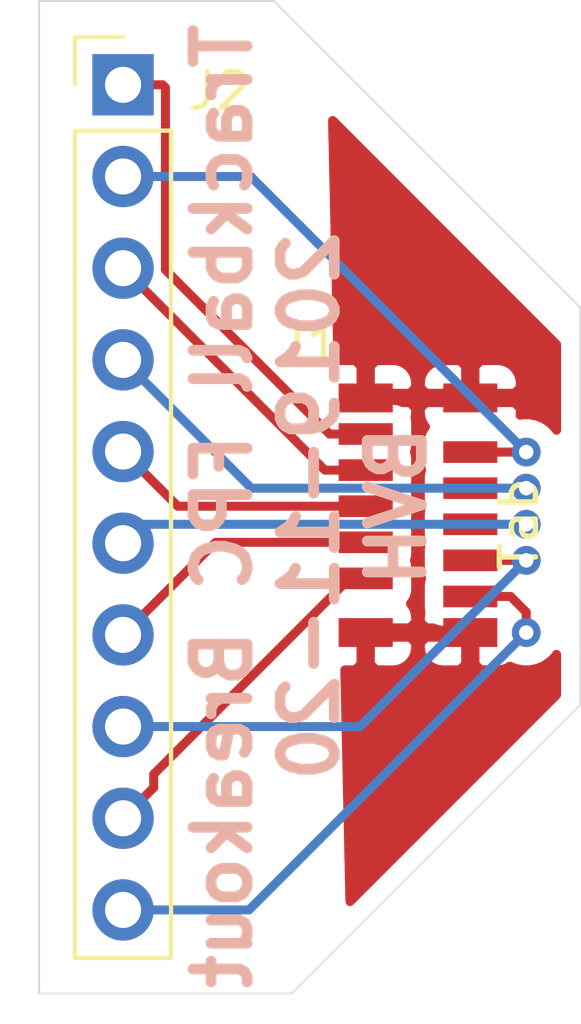
<source format=kicad_pcb>
(kicad_pcb (version 20171130) (host pcbnew 5.1.4-e60b266~84~ubuntu18.04.1)

  (general
    (thickness 1.6)
    (drawings 8)
    (tracks 38)
    (zones 0)
    (modules 2)
    (nets 12)
  )

  (page A4)
  (layers
    (0 F.Cu signal)
    (31 B.Cu signal)
    (32 B.Adhes user)
    (33 F.Adhes user)
    (34 B.Paste user)
    (35 F.Paste user)
    (36 B.SilkS user)
    (37 F.SilkS user)
    (38 B.Mask user)
    (39 F.Mask user)
    (40 Dwgs.User user)
    (41 Cmts.User user)
    (42 Eco1.User user)
    (43 Eco2.User user)
    (44 Edge.Cuts user)
    (45 Margin user)
    (46 B.CrtYd user)
    (47 F.CrtYd user)
    (48 B.Fab user)
    (49 F.Fab user)
  )

  (setup
    (last_trace_width 0.25)
    (trace_clearance 0.2)
    (zone_clearance 0.508)
    (zone_45_only no)
    (trace_min 0.2)
    (via_size 0.8)
    (via_drill 0.4)
    (via_min_size 0.4)
    (via_min_drill 0.3)
    (uvia_size 0.3)
    (uvia_drill 0.1)
    (uvias_allowed no)
    (uvia_min_size 0.2)
    (uvia_min_drill 0.1)
    (edge_width 0.05)
    (segment_width 0.2)
    (pcb_text_width 0.3)
    (pcb_text_size 1.5 1.5)
    (mod_edge_width 0.12)
    (mod_text_size 1 1)
    (mod_text_width 0.15)
    (pad_size 1.524 1.524)
    (pad_drill 0.762)
    (pad_to_mask_clearance 0.051)
    (solder_mask_min_width 0.25)
    (aux_axis_origin 0 0)
    (visible_elements FFFFFF7F)
    (pcbplotparams
      (layerselection 0x010fc_ffffffff)
      (usegerberextensions false)
      (usegerberattributes false)
      (usegerberadvancedattributes false)
      (creategerberjobfile false)
      (excludeedgelayer true)
      (linewidth 0.100000)
      (plotframeref false)
      (viasonmask false)
      (mode 1)
      (useauxorigin false)
      (hpglpennumber 1)
      (hpglpenspeed 20)
      (hpglpendiameter 15.000000)
      (psnegative false)
      (psa4output false)
      (plotreference true)
      (plotvalue true)
      (plotinvisibletext false)
      (padsonsilk false)
      (subtractmaskfromsilk false)
      (outputformat 1)
      (mirror false)
      (drillshape 1)
      (scaleselection 1)
      (outputdirectory ""))
  )

  (net 0 "")
  (net 1 "Net-(J1-Pad1)")
  (net 2 "Net-(J1-Pad3)")
  (net 3 "Net-(J1-Pad5)")
  (net 4 "Net-(J1-Pad7)")
  (net 5 "Net-(J1-Pad9)")
  (net 6 "Net-(J1-Pad2)")
  (net 7 "Net-(J1-Pad4)")
  (net 8 "Net-(J1-Pad6)")
  (net 9 "Net-(J1-Pad8)")
  (net 10 "Net-(J1-Pad10)")
  (net 11 "Net-(J1-Pad11)")

  (net_class Default "This is the default net class."
    (clearance 0.2)
    (trace_width 0.25)
    (via_dia 0.8)
    (via_drill 0.4)
    (uvia_dia 0.3)
    (uvia_drill 0.1)
    (add_net "Net-(J1-Pad1)")
    (add_net "Net-(J1-Pad10)")
    (add_net "Net-(J1-Pad11)")
    (add_net "Net-(J1-Pad2)")
    (add_net "Net-(J1-Pad3)")
    (add_net "Net-(J1-Pad4)")
    (add_net "Net-(J1-Pad5)")
    (add_net "Net-(J1-Pad6)")
    (add_net "Net-(J1-Pad7)")
    (add_net "Net-(J1-Pad8)")
    (add_net "Net-(J1-Pad9)")
  )

  (module FPC_Connectors:Molex_WM10984CT-ND (layer F.Cu) (tedit 5DD6A805) (tstamp 5DD52611)
    (at 146 115 270)
    (path /5DD770A4)
    (fp_text reference J1 (at -1.5 3) (layer F.SilkS)
      (effects (font (size 1 1) (thickness 0.15)))
    )
    (fp_text value WM10984CT (at 3.5 -2.9 90) (layer F.Fab)
      (effects (font (size 1 1) (thickness 0.15)))
    )
    (fp_line (start 9.2 1.7) (end 8.2 1.7) (layer Dwgs.User) (width 0.12))
    (fp_line (start 9.2 -2.3) (end 9.2 1.7) (layer Dwgs.User) (width 0.12))
    (fp_line (start 8 -3.5) (end 9.2 -2.3) (layer Dwgs.User) (width 0.12))
    (fp_line (start -2 -3.5) (end 8 -3.5) (layer Dwgs.User) (width 0.12))
    (fp_line (start -3.1 -2.4) (end -2 -3.5) (layer Dwgs.User) (width 0.12))
    (fp_line (start -3.1 1.7) (end -3.1 -2.4) (layer Dwgs.User) (width 0.12))
    (fp_line (start -1.7 1.7) (end -3.1 1.7) (layer Dwgs.User) (width 0.12))
    (fp_text user Tab (at 3.5 -2.8 90) (layer F.SilkS)
      (effects (font (size 1 1) (thickness 0.15)))
    )
    (fp_line (start 8.2 1.7) (end -1.7 1.7) (layer Dwgs.User) (width 0.15))
    (fp_line (start -1.7 -1.7) (end 8.2 -1.7) (layer Dwgs.User) (width 0.15))
    (fp_line (start 8.2 -1.7) (end 8.2 1.7) (layer Dwgs.User) (width 0.15))
    (fp_line (start -1.7 -1.7) (end -1.7 1.7) (layer Dwgs.User) (width 0.15))
    (pad 11 smd rect (at 6.5 1.45 270) (size 0.8 1.5) (layers F.Cu F.Paste F.Mask)
      (net 11 "Net-(J1-Pad11)"))
    (pad 11 smd rect (at 6.5 -1.45 270) (size 0.8 1.5) (layers F.Cu F.Paste F.Mask)
      (net 11 "Net-(J1-Pad11)"))
    (pad 10 smd rect (at 5.5 -1.45 270) (size 0.6 1.5) (layers F.Cu F.Paste F.Mask)
      (net 10 "Net-(J1-Pad10)"))
    (pad 8 smd rect (at 4.5 -1.45 270) (size 0.6 1.5) (layers F.Cu F.Paste F.Mask)
      (net 9 "Net-(J1-Pad8)"))
    (pad 6 smd rect (at 3.5 -1.45 270) (size 0.6 1.5) (layers F.Cu F.Paste F.Mask)
      (net 8 "Net-(J1-Pad6)"))
    (pad 4 smd rect (at 2.5 -1.45 270) (size 0.6 1.5) (layers F.Cu F.Paste F.Mask)
      (net 7 "Net-(J1-Pad4)"))
    (pad 2 smd rect (at 1.5 -1.45 270) (size 0.6 1.5) (layers F.Cu F.Paste F.Mask)
      (net 6 "Net-(J1-Pad2)"))
    (pad 9 smd rect (at 5 1.45 270) (size 0.6 1.5) (layers F.Cu F.Paste F.Mask)
      (net 5 "Net-(J1-Pad9)"))
    (pad 7 smd rect (at 4 1.45 270) (size 0.6 1.5) (layers F.Cu F.Paste F.Mask)
      (net 4 "Net-(J1-Pad7)"))
    (pad 5 smd rect (at 3 1.45 270) (size 0.6 1.5) (layers F.Cu F.Paste F.Mask)
      (net 3 "Net-(J1-Pad5)"))
    (pad 3 smd rect (at 2 1.45 270) (size 0.6 1.5) (layers F.Cu F.Paste F.Mask)
      (net 2 "Net-(J1-Pad3)"))
    (pad 1 smd rect (at 1 1.45 270) (size 0.6 1.5) (layers F.Cu F.Paste F.Mask)
      (net 1 "Net-(J1-Pad1)"))
    (pad 11 smd rect (at 0 1.45 270) (size 0.8 1.5) (layers F.Cu F.Paste F.Mask)
      (net 11 "Net-(J1-Pad11)"))
    (pad 11 smd rect (at 0 -1.45 270) (size 0.8 1.5) (layers F.Cu F.Paste F.Mask)
      (net 11 "Net-(J1-Pad11)"))
  )

  (module Pin_Headers:Pin_Header_Straight_1x10_Pitch2.54mm (layer F.Cu) (tedit 59650532) (tstamp 5DD5262F)
    (at 137.825001 106.325001)
    (descr "Through hole straight pin header, 1x10, 2.54mm pitch, single row")
    (tags "Through hole pin header THT 1x10 2.54mm single row")
    (path /5DD52ABF)
    (fp_text reference J2 (at 2.674999 0.174999) (layer F.SilkS)
      (effects (font (size 1 1) (thickness 0.15)))
    )
    (fp_text value Breakout (at 0 25.19) (layer F.Fab)
      (effects (font (size 1 1) (thickness 0.15)))
    )
    (fp_text user %R (at 0 11.43 90) (layer F.Fab)
      (effects (font (size 1 1) (thickness 0.15)))
    )
    (fp_line (start 1.8 -1.8) (end -1.8 -1.8) (layer F.CrtYd) (width 0.05))
    (fp_line (start 1.8 24.65) (end 1.8 -1.8) (layer F.CrtYd) (width 0.05))
    (fp_line (start -1.8 24.65) (end 1.8 24.65) (layer F.CrtYd) (width 0.05))
    (fp_line (start -1.8 -1.8) (end -1.8 24.65) (layer F.CrtYd) (width 0.05))
    (fp_line (start -1.33 -1.33) (end 0 -1.33) (layer F.SilkS) (width 0.12))
    (fp_line (start -1.33 0) (end -1.33 -1.33) (layer F.SilkS) (width 0.12))
    (fp_line (start -1.33 1.27) (end 1.33 1.27) (layer F.SilkS) (width 0.12))
    (fp_line (start 1.33 1.27) (end 1.33 24.19) (layer F.SilkS) (width 0.12))
    (fp_line (start -1.33 1.27) (end -1.33 24.19) (layer F.SilkS) (width 0.12))
    (fp_line (start -1.33 24.19) (end 1.33 24.19) (layer F.SilkS) (width 0.12))
    (fp_line (start -1.27 -0.635) (end -0.635 -1.27) (layer F.Fab) (width 0.1))
    (fp_line (start -1.27 24.13) (end -1.27 -0.635) (layer F.Fab) (width 0.1))
    (fp_line (start 1.27 24.13) (end -1.27 24.13) (layer F.Fab) (width 0.1))
    (fp_line (start 1.27 -1.27) (end 1.27 24.13) (layer F.Fab) (width 0.1))
    (fp_line (start -0.635 -1.27) (end 1.27 -1.27) (layer F.Fab) (width 0.1))
    (pad 10 thru_hole oval (at 0 22.86) (size 1.7 1.7) (drill 1) (layers *.Cu *.Mask)
      (net 10 "Net-(J1-Pad10)"))
    (pad 9 thru_hole oval (at 0 20.32) (size 1.7 1.7) (drill 1) (layers *.Cu *.Mask)
      (net 5 "Net-(J1-Pad9)"))
    (pad 8 thru_hole oval (at 0 17.78) (size 1.7 1.7) (drill 1) (layers *.Cu *.Mask)
      (net 9 "Net-(J1-Pad8)"))
    (pad 7 thru_hole oval (at 0 15.24) (size 1.7 1.7) (drill 1) (layers *.Cu *.Mask)
      (net 4 "Net-(J1-Pad7)"))
    (pad 6 thru_hole oval (at 0 12.7) (size 1.7 1.7) (drill 1) (layers *.Cu *.Mask)
      (net 8 "Net-(J1-Pad6)"))
    (pad 5 thru_hole oval (at 0 10.16) (size 1.7 1.7) (drill 1) (layers *.Cu *.Mask)
      (net 3 "Net-(J1-Pad5)"))
    (pad 4 thru_hole oval (at 0 7.62) (size 1.7 1.7) (drill 1) (layers *.Cu *.Mask)
      (net 7 "Net-(J1-Pad4)"))
    (pad 3 thru_hole oval (at 0 5.08) (size 1.7 1.7) (drill 1) (layers *.Cu *.Mask)
      (net 2 "Net-(J1-Pad3)"))
    (pad 2 thru_hole oval (at 0 2.54) (size 1.7 1.7) (drill 1) (layers *.Cu *.Mask)
      (net 6 "Net-(J1-Pad2)"))
    (pad 1 thru_hole rect (at 0 0) (size 1.7 1.7) (drill 1) (layers *.Cu *.Mask)
      (net 1 "Net-(J1-Pad1)"))
    (model ${KISYS3DMOD}/Pin_Headers.3dshapes/Pin_Header_Straight_1x10_Pitch2.54mm.wrl
      (at (xyz 0 0 0))
      (scale (xyz 1 1 1))
      (rotate (xyz 0 0 0))
    )
  )

  (gr_text "Trackball FPC Breakout\n2019-11-20\nBVH" (at 143 118 90) (layer B.SilkS)
    (effects (font (size 1.5 1.5) (thickness 0.3)) (justify mirror))
  )
  (gr_line (start 142 104) (end 135.5 104) (layer Edge.Cuts) (width 0.05))
  (gr_line (start 150.5 112.5) (end 142 104) (layer Edge.Cuts) (width 0.05))
  (gr_line (start 150.5 123.5) (end 150.5 112.5) (layer Edge.Cuts) (width 0.05))
  (gr_line (start 142.5 131.5) (end 150.5 123.5) (layer Edge.Cuts) (width 0.05))
  (gr_line (start 140 131.5) (end 142.5 131.5) (layer Edge.Cuts) (width 0.05))
  (gr_line (start 135.5 131.5) (end 140 131.5) (layer Edge.Cuts) (width 0.05))
  (gr_line (start 135.5 104) (end 135.5 131.5) (layer Edge.Cuts) (width 0.05))

  (segment (start 138.925001 106.325001) (end 137.825001 106.325001) (width 0.25) (layer F.Cu) (net 1))
  (segment (start 139.000002 106.400002) (end 138.925001 106.325001) (width 0.25) (layer F.Cu) (net 1))
  (segment (start 139.000002 111.450002) (end 139.000002 106.400002) (width 0.25) (layer F.Cu) (net 1))
  (segment (start 143.55 116) (end 139.000002 111.450002) (width 0.25) (layer F.Cu) (net 1))
  (segment (start 144.55 116) (end 143.55 116) (width 0.25) (layer F.Cu) (net 1))
  (segment (start 143.42 117) (end 137.825001 111.405001) (width 0.25) (layer F.Cu) (net 2))
  (segment (start 144.55 117) (end 143.42 117) (width 0.25) (layer F.Cu) (net 2))
  (segment (start 139.34 118) (end 137.825001 116.485001) (width 0.25) (layer F.Cu) (net 3))
  (segment (start 144.55 118) (end 139.34 118) (width 0.25) (layer F.Cu) (net 3))
  (segment (start 140.390002 119) (end 137.825001 121.565001) (width 0.25) (layer F.Cu) (net 4))
  (segment (start 144.55 119) (end 140.390002 119) (width 0.25) (layer F.Cu) (net 4))
  (segment (start 138.675 125.795002) (end 137.825001 126.645001) (width 0.25) (layer F.Cu) (net 5))
  (segment (start 144.1 120) (end 138.675 125.425) (width 0.25) (layer F.Cu) (net 5))
  (segment (start 138.675 125.425) (end 138.675 125.795002) (width 0.25) (layer F.Cu) (net 5))
  (segment (start 144.55 120) (end 144.1 120) (width 0.25) (layer F.Cu) (net 5))
  (via (at 149 116.5) (size 0.8) (drill 0.4) (layers F.Cu B.Cu) (net 6))
  (segment (start 147.45 116.5) (end 149 116.5) (width 0.25) (layer F.Cu) (net 6))
  (segment (start 141.365001 108.865001) (end 137.825001 108.865001) (width 0.25) (layer B.Cu) (net 6))
  (segment (start 149 116.5) (end 141.365001 108.865001) (width 0.25) (layer B.Cu) (net 6))
  (via (at 149 117.5) (size 0.8) (drill 0.4) (layers F.Cu B.Cu) (net 7))
  (segment (start 147.45 117.5) (end 149 117.5) (width 0.25) (layer F.Cu) (net 7))
  (segment (start 141.38 117.5) (end 137.825001 113.945001) (width 0.25) (layer B.Cu) (net 7))
  (segment (start 149 117.5) (end 141.38 117.5) (width 0.25) (layer B.Cu) (net 7))
  (via (at 149 118.5) (size 0.8) (drill 0.4) (layers F.Cu B.Cu) (net 8))
  (segment (start 147.45 118.5) (end 149 118.5) (width 0.25) (layer F.Cu) (net 8))
  (segment (start 138.350002 118.5) (end 137.825001 119.025001) (width 0.25) (layer B.Cu) (net 8))
  (segment (start 149 118.5) (end 138.350002 118.5) (width 0.25) (layer B.Cu) (net 8))
  (via (at 149 119.5) (size 0.8) (drill 0.4) (layers F.Cu B.Cu) (net 9))
  (segment (start 147.45 119.5) (end 149 119.5) (width 0.25) (layer F.Cu) (net 9))
  (segment (start 144.394999 124.105001) (end 137.825001 124.105001) (width 0.25) (layer B.Cu) (net 9))
  (segment (start 149 119.5) (end 144.394999 124.105001) (width 0.25) (layer B.Cu) (net 9))
  (via (at 149 121.5) (size 0.8) (drill 0.4) (layers F.Cu B.Cu) (net 10))
  (segment (start 137.825001 129.185001) (end 141.314999 129.185001) (width 0.25) (layer B.Cu) (net 10))
  (segment (start 141.314999 129.185001) (end 149 121.5) (width 0.25) (layer B.Cu) (net 10))
  (segment (start 148.45 120.5) (end 147.45 120.5) (width 0.25) (layer F.Cu) (net 10))
  (segment (start 148.565685 120.5) (end 148.45 120.5) (width 0.25) (layer F.Cu) (net 10))
  (segment (start 149 120.934315) (end 148.565685 120.5) (width 0.25) (layer F.Cu) (net 10))
  (segment (start 149 121.5) (end 149 120.934315) (width 0.25) (layer F.Cu) (net 10))

  (zone (net 11) (net_name "Net-(J1-Pad11)") (layer F.Cu) (tstamp 0) (hatch edge 0.508)
    (connect_pads (clearance 0.508))
    (min_thickness 0.254)
    (fill yes (arc_segments 32) (thermal_gap 0.508) (thermal_bridge_width 0.508))
    (polygon
      (pts
        (xy 143.5 107) (xy 150 113.5) (xy 150 123.5) (xy 144 129.5)
      )
    )
    (filled_polygon
      (pts
        (xy 149.840001 113.519607) (xy 149.840001 115.894199) (xy 149.803937 115.840226) (xy 149.659774 115.696063) (xy 149.490256 115.582795)
        (xy 149.301898 115.504774) (xy 149.101939 115.465) (xy 148.898061 115.465) (xy 148.830344 115.47847) (xy 148.838072 115.4)
        (xy 148.835 115.28575) (xy 148.67625 115.127) (xy 147.577 115.127) (xy 147.577 115.147) (xy 147.323 115.147)
        (xy 147.323 115.127) (xy 146.22375 115.127) (xy 146.065 115.28575) (xy 146.061928 115.4) (xy 146.074188 115.524482)
        (xy 146.110498 115.64418) (xy 146.169463 115.754494) (xy 146.206809 115.8) (xy 146.169463 115.845506) (xy 146.110498 115.95582)
        (xy 146.074188 116.075518) (xy 146.061928 116.2) (xy 146.061928 116.8) (xy 146.074188 116.924482) (xy 146.097096 116.999999)
        (xy 146.074188 117.075518) (xy 146.061928 117.2) (xy 146.061928 117.8) (xy 146.074188 117.924482) (xy 146.097096 118)
        (xy 146.074188 118.075518) (xy 146.061928 118.2) (xy 146.061928 118.8) (xy 146.074188 118.924482) (xy 146.097096 119)
        (xy 146.074188 119.075518) (xy 146.061928 119.2) (xy 146.061928 119.8) (xy 146.074188 119.924482) (xy 146.097096 120)
        (xy 146.074188 120.075518) (xy 146.061928 120.2) (xy 146.061928 120.8) (xy 146.074188 120.924482) (xy 146.081929 120.95)
        (xy 146.074188 120.975518) (xy 146.061928 121.1) (xy 146.065 121.21425) (xy 146.22375 121.373) (xy 146.424947 121.373)
        (xy 146.45582 121.389502) (xy 146.575518 121.425812) (xy 146.7 121.438072) (xy 147.597 121.438072) (xy 147.597 121.627)
        (xy 147.577 121.627) (xy 147.577 122.37625) (xy 147.73575 122.535) (xy 148.2 122.538072) (xy 148.324482 122.525812)
        (xy 148.44418 122.489502) (xy 148.549009 122.433469) (xy 148.698102 122.495226) (xy 148.898061 122.535) (xy 149.101939 122.535)
        (xy 149.301898 122.495226) (xy 149.490256 122.417205) (xy 149.659774 122.303937) (xy 149.803937 122.159774) (xy 149.84 122.105802)
        (xy 149.84 123.226619) (xy 144.114849 128.951771) (xy 143.972297 122.536932) (xy 144.26425 122.535) (xy 144.423 122.37625)
        (xy 144.423 121.627) (xy 144.677 121.627) (xy 144.677 122.37625) (xy 144.83575 122.535) (xy 145.3 122.538072)
        (xy 145.424482 122.525812) (xy 145.54418 122.489502) (xy 145.654494 122.430537) (xy 145.751185 122.351185) (xy 145.830537 122.254494)
        (xy 145.889502 122.14418) (xy 145.925812 122.024482) (xy 145.938072 121.9) (xy 146.061928 121.9) (xy 146.074188 122.024482)
        (xy 146.110498 122.14418) (xy 146.169463 122.254494) (xy 146.248815 122.351185) (xy 146.345506 122.430537) (xy 146.45582 122.489502)
        (xy 146.575518 122.525812) (xy 146.7 122.538072) (xy 147.16425 122.535) (xy 147.323 122.37625) (xy 147.323 121.627)
        (xy 146.22375 121.627) (xy 146.065 121.78575) (xy 146.061928 121.9) (xy 145.938072 121.9) (xy 145.935 121.78575)
        (xy 145.77625 121.627) (xy 144.677 121.627) (xy 144.423 121.627) (xy 144.403 121.627) (xy 144.403 121.373)
        (xy 144.423 121.373) (xy 144.423 121.353) (xy 144.677 121.353) (xy 144.677 121.373) (xy 145.77625 121.373)
        (xy 145.935 121.21425) (xy 145.938072 121.1) (xy 145.925812 120.975518) (xy 145.889502 120.85582) (xy 145.830537 120.745506)
        (xy 145.793191 120.7) (xy 145.830537 120.654494) (xy 145.889502 120.54418) (xy 145.925812 120.424482) (xy 145.938072 120.3)
        (xy 145.938072 119.7) (xy 145.925812 119.575518) (xy 145.902904 119.5) (xy 145.925812 119.424482) (xy 145.938072 119.3)
        (xy 145.938072 118.7) (xy 145.925812 118.575518) (xy 145.902904 118.5) (xy 145.925812 118.424482) (xy 145.938072 118.3)
        (xy 145.938072 117.7) (xy 145.925812 117.575518) (xy 145.902904 117.5) (xy 145.925812 117.424482) (xy 145.938072 117.3)
        (xy 145.938072 116.7) (xy 145.925812 116.575518) (xy 145.902904 116.5) (xy 145.925812 116.424482) (xy 145.938072 116.3)
        (xy 145.938072 115.7) (xy 145.925812 115.575518) (xy 145.918071 115.55) (xy 145.925812 115.524482) (xy 145.938072 115.4)
        (xy 145.935 115.28575) (xy 145.77625 115.127) (xy 145.575053 115.127) (xy 145.54418 115.110498) (xy 145.424482 115.074188)
        (xy 145.3 115.061928) (xy 144.403 115.061928) (xy 144.403 114.873) (xy 144.423 114.873) (xy 144.423 114.12375)
        (xy 144.677 114.12375) (xy 144.677 114.873) (xy 145.77625 114.873) (xy 145.935 114.71425) (xy 145.938072 114.6)
        (xy 146.061928 114.6) (xy 146.065 114.71425) (xy 146.22375 114.873) (xy 147.323 114.873) (xy 147.323 114.12375)
        (xy 147.577 114.12375) (xy 147.577 114.873) (xy 148.67625 114.873) (xy 148.835 114.71425) (xy 148.838072 114.6)
        (xy 148.825812 114.475518) (xy 148.789502 114.35582) (xy 148.730537 114.245506) (xy 148.651185 114.148815) (xy 148.554494 114.069463)
        (xy 148.44418 114.010498) (xy 148.324482 113.974188) (xy 148.2 113.961928) (xy 147.73575 113.965) (xy 147.577 114.12375)
        (xy 147.323 114.12375) (xy 147.16425 113.965) (xy 146.7 113.961928) (xy 146.575518 113.974188) (xy 146.45582 114.010498)
        (xy 146.345506 114.069463) (xy 146.248815 114.148815) (xy 146.169463 114.245506) (xy 146.110498 114.35582) (xy 146.074188 114.475518)
        (xy 146.061928 114.6) (xy 145.938072 114.6) (xy 145.925812 114.475518) (xy 145.889502 114.35582) (xy 145.830537 114.245506)
        (xy 145.751185 114.148815) (xy 145.654494 114.069463) (xy 145.54418 114.010498) (xy 145.424482 113.974188) (xy 145.3 113.961928)
        (xy 144.83575 113.965) (xy 144.677 114.12375) (xy 144.423 114.12375) (xy 144.26425 113.965) (xy 143.8 113.961928)
        (xy 143.781781 113.963722) (xy 143.634001 107.313607)
      )
    )
  )
)

</source>
